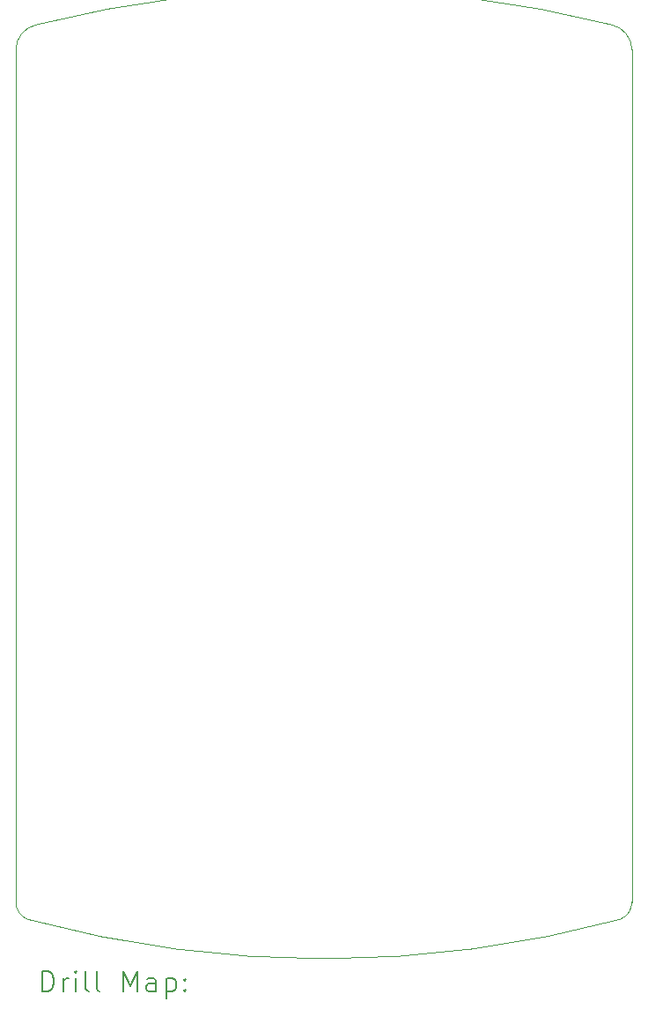
<source format=gbr>
%TF.GenerationSoftware,KiCad,Pcbnew,6.0.7+dfsg-1~bpo11+1*%
%TF.CreationDate,2023-01-24T09:36:58+00:00*%
%TF.ProjectId,aws-iot-expresslink-demo-badge,6177732d-696f-4742-9d65-787072657373,1*%
%TF.SameCoordinates,Original*%
%TF.FileFunction,Drillmap*%
%TF.FilePolarity,Positive*%
%FSLAX45Y45*%
G04 Gerber Fmt 4.5, Leading zero omitted, Abs format (unit mm)*
G04 Created by KiCad (PCBNEW 6.0.7+dfsg-1~bpo11+1) date 2023-01-24 09:36:58*
%MOMM*%
%LPD*%
G01*
G04 APERTURE LIST*
%ADD10C,0.100000*%
%ADD11C,0.200000*%
G04 APERTURE END LIST*
D10*
X13857102Y-8351809D02*
G75*
G03*
X8322177Y-8351809I-2767462J-10977177D01*
G01*
X8128000Y-16781160D02*
G75*
G03*
X8239678Y-16946243I177660J-130D01*
G01*
X14051278Y-8590280D02*
G75*
G03*
X13857102Y-8351809I-245918J-1950D01*
G01*
X14051280Y-8590280D02*
X14051280Y-16781160D01*
X8322178Y-8351810D02*
G75*
G03*
X8128000Y-8590280I51652J-240350D01*
G01*
X8239678Y-16946243D02*
G75*
G03*
X13939602Y-16946243I2849962J10525904D01*
G01*
X13939604Y-16946247D02*
G75*
G03*
X14051280Y-16781160I-67144J165737D01*
G01*
X8128000Y-16781160D02*
X8128000Y-8590280D01*
D11*
X8380619Y-17640720D02*
X8380619Y-17440720D01*
X8428238Y-17440720D01*
X8456810Y-17450243D01*
X8475857Y-17469291D01*
X8485381Y-17488339D01*
X8494905Y-17526434D01*
X8494905Y-17555005D01*
X8485381Y-17593101D01*
X8475857Y-17612148D01*
X8456810Y-17631196D01*
X8428238Y-17640720D01*
X8380619Y-17640720D01*
X8580619Y-17640720D02*
X8580619Y-17507386D01*
X8580619Y-17545481D02*
X8590143Y-17526434D01*
X8599667Y-17516910D01*
X8618714Y-17507386D01*
X8637762Y-17507386D01*
X8704429Y-17640720D02*
X8704429Y-17507386D01*
X8704429Y-17440720D02*
X8694905Y-17450243D01*
X8704429Y-17459767D01*
X8713952Y-17450243D01*
X8704429Y-17440720D01*
X8704429Y-17459767D01*
X8828238Y-17640720D02*
X8809190Y-17631196D01*
X8799667Y-17612148D01*
X8799667Y-17440720D01*
X8933000Y-17640720D02*
X8913952Y-17631196D01*
X8904429Y-17612148D01*
X8904429Y-17440720D01*
X9161571Y-17640720D02*
X9161571Y-17440720D01*
X9228238Y-17583577D01*
X9294905Y-17440720D01*
X9294905Y-17640720D01*
X9475857Y-17640720D02*
X9475857Y-17535958D01*
X9466333Y-17516910D01*
X9447286Y-17507386D01*
X9409190Y-17507386D01*
X9390143Y-17516910D01*
X9475857Y-17631196D02*
X9456810Y-17640720D01*
X9409190Y-17640720D01*
X9390143Y-17631196D01*
X9380619Y-17612148D01*
X9380619Y-17593101D01*
X9390143Y-17574053D01*
X9409190Y-17564529D01*
X9456810Y-17564529D01*
X9475857Y-17555005D01*
X9571095Y-17507386D02*
X9571095Y-17707386D01*
X9571095Y-17516910D02*
X9590143Y-17507386D01*
X9628238Y-17507386D01*
X9647286Y-17516910D01*
X9656810Y-17526434D01*
X9666333Y-17545481D01*
X9666333Y-17602624D01*
X9656810Y-17621672D01*
X9647286Y-17631196D01*
X9628238Y-17640720D01*
X9590143Y-17640720D01*
X9571095Y-17631196D01*
X9752048Y-17621672D02*
X9761571Y-17631196D01*
X9752048Y-17640720D01*
X9742524Y-17631196D01*
X9752048Y-17621672D01*
X9752048Y-17640720D01*
X9752048Y-17516910D02*
X9761571Y-17526434D01*
X9752048Y-17535958D01*
X9742524Y-17526434D01*
X9752048Y-17516910D01*
X9752048Y-17535958D01*
M02*

</source>
